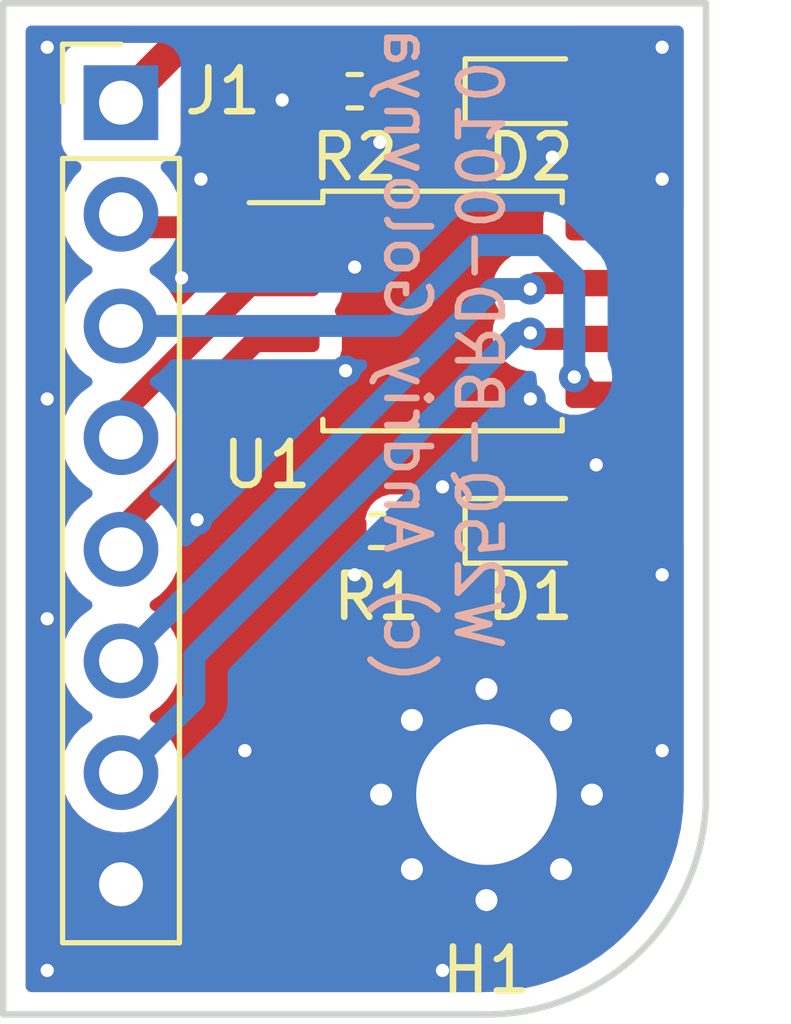
<source format=kicad_pcb>
(kicad_pcb (version 20211014) (generator pcbnew)
  (title_block (title "W25Q-BRD-0010") (date "2022-12-04") (rev "1.0") (company "(c) Andriy Golovnya") (comment 1 "Breakout board for W25Q QSPI flash chips family"))
  (layers (0 "F.Cu" signal) (31 "B.Cu" signal) (34 "B.Paste" user) (35 "F.Paste" user) (36 "B.SilkS" user "B.Silkscreen") (37 "F.SilkS" user "F.Silkscreen") (38 "B.Mask" user) (39 "F.Mask" user) (44 "Edge.Cuts" user))
  (net 0 "")
  (net 1 "Net-(D1-Pad1)")
  (net 2 "+3.3V")
  (net 3 "Net-(D2-Pad1)")
  (net 4 "GND")
  (net 5 "/CLK")
  (net 6 "/IO0")
  (net 7 "/IO1")
  (net 8 "/IO2")
  (net 9 "/IO3")
  (net 10 "/NCS")
  (footprint "MountingHole:MountingHole_3.2mm_M3_Pad_Via" (layer "F.Cu") (at 142 112)
    (fp_text reference "H1" (at 0 4) (layer "F.SilkS"))
    (fp_text value "MountingHole_Pad")
    (pad "1" thru_hole circle (at 0 -2.4) (size 0.8 0.8) (drill 0.5) (layers *.Cu *.Mask) (net 4 "GND"))
    (pad "1" thru_hole circle (at -2.4 0) (size 0.8 0.8) (drill 0.5) (layers *.Cu *.Mask) (net 4 "GND"))
    (pad "1" thru_hole circle (at 2.4 0) (size 0.8 0.8) (drill 0.5) (layers *.Cu *.Mask) (net 4 "GND"))
    (pad "1" thru_hole circle (at 1.697056 1.697056) (size 0.8 0.8) (drill 0.5) (layers *.Cu *.Mask) (net 4 "GND"))
    (pad "1" thru_hole circle (at -1.697056 -1.697056) (size 0.8 0.8) (drill 0.5) (layers *.Cu *.Mask) (net 4 "GND"))
    (pad "1" thru_hole circle (at 1.697056 -1.697056) (size 0.8 0.8) (drill 0.5) (layers *.Cu *.Mask) (net 4 "GND"))
    (pad "1" thru_hole circle (at 0 0) (size 6.4 6.4) (drill 3.2) (layers *.Cu *.Mask) (net 4 "GND"))
    (pad "1" thru_hole circle (at 0 2.4) (size 0.8 0.8) (drill 0.5) (layers *.Cu *.Mask) (net 4 "GND"))
    (pad "1" thru_hole circle (at -1.697056 1.697056) (size 0.8 0.8) (drill 0.5) (layers *.Cu *.Mask) (net 4 "GND"))
  )
  (footprint "Resistor_SMD:R_0402_1005Metric" (layer "F.Cu") (at 139.51 106 180)
    (fp_text reference "R1" (at 0.01 -1.5) (layer "F.SilkS"))
    (fp_text value "5k1")
    (fp_line (start -0.153641 -0.38) (end 0.153641 -0.38) (layer "F.SilkS") (width 0.12))
    (fp_line (start -0.153641 0.38) (end 0.153641 0.38) (layer "F.SilkS") (width 0.12))
    (pad "1" smd roundrect (at -0.51 0 180) (size 0.54 0.64) (layers "F.Cu" "F.Paste" "F.Mask") (net 1 "Net-(D1-Pad1)"))
    (pad "2" smd roundrect (at 0.51 0 180) (size 0.54 0.64) (layers "F.Cu" "F.Paste" "F.Mask") (net 4 "GND"))
  )
  (footprint "Resistor_SMD:R_0402_1005Metric" (layer "F.Cu") (at 139 96 180)
    (fp_text reference "R2" (at 0 -1.5) (layer "F.SilkS"))
    (fp_text value "10k")
    (fp_line (start -0.153641 -0.38) (end 0.153641 -0.38) (layer "F.SilkS") (width 0.12))
    (fp_line (start -0.153641 0.38) (end 0.153641 0.38) (layer "F.SilkS") (width 0.12))
    (pad "1" smd roundrect (at -0.51 0 180) (size 0.54 0.64) (layers "F.Cu" "F.Paste" "F.Mask") (net 3 "Net-(D2-Pad1)"))
    (pad "2" smd roundrect (at 0.51 0 180) (size 0.54 0.64) (layers "F.Cu" "F.Paste" "F.Mask") (net 10 "/NCS"))
  )
  (footprint "Package_SO:SOIC-8_5.23x5.23mm_P1.27mm" (layer "F.Cu") (at 141 101)
    (fp_text reference "U1" (at -4 3.5) (layer "F.SilkS"))
    (fp_text value "W25Q128JVSIQ")
    (fp_line (start 0 -2.725) (end -2.725 -2.725) (layer "F.SilkS") (width 0.12))
    (fp_line (start 0 2.725) (end 2.725 2.725) (layer "F.SilkS") (width 0.12))
    (fp_line (start 0 -2.725) (end 2.725 -2.725) (layer "F.SilkS") (width 0.12))
    (fp_line (start 0 2.725) (end -2.725 2.725) (layer "F.SilkS") (width 0.12))
    (fp_line (start -2.725 -2.725) (end -2.725 -2.465) (layer "F.SilkS") (width 0.12))
    (fp_line (start -2.725 -2.465) (end -4.4 -2.465) (layer "F.SilkS") (width 0.12))
    (fp_line (start -2.725 2.725) (end -2.725 2.465) (layer "F.SilkS") (width 0.12))
    (fp_line (start 2.725 -2.725) (end 2.725 -2.465) (layer "F.SilkS") (width 0.12))
    (fp_line (start 2.725 2.725) (end 2.725 2.465) (layer "F.SilkS") (width 0.12))
    (pad "1" smd roundrect (at -3.6 -1.905) (size 1.6 0.6) (layers "F.Cu" "F.Paste" "F.Mask") (net 10 "/NCS"))
    (pad "2" smd roundrect (at -3.6 -0.635) (size 1.6 0.6) (layers "F.Cu" "F.Paste" "F.Mask") (net 7 "/IO1"))
    (pad "3" smd roundrect (at -3.6 0.635) (size 1.6 0.6) (layers "F.Cu" "F.Paste" "F.Mask") (net 8 "/IO2"))
    (pad "4" smd roundrect (at -3.6 1.905) (size 1.6 0.6) (layers "F.Cu" "F.Paste" "F.Mask") (net 4 "GND"))
    (pad "5" smd roundrect (at 3.6 1.905) (size 1.6 0.6) (layers "F.Cu" "F.Paste" "F.Mask") (net 6 "/IO0"))
    (pad "6" smd roundrect (at 3.6 0.635) (size 1.6 0.6) (layers "F.Cu" "F.Paste" "F.Mask") (net 5 "/CLK"))
    (pad "7" smd roundrect (at 3.6 -0.635) (size 1.6 0.6) (layers "F.Cu" "F.Paste" "F.Mask") (net 9 "/IO3"))
    (pad "8" smd roundrect (at 3.6 -1.905) (size 1.6 0.6) (layers "F.Cu" "F.Paste" "F.Mask") (net 2 "+3.3V"))
  )
  (footprint "LED_SMD:LED_0603_1608Metric" (layer "F.Cu") (at 143 106)
    (fp_text reference "D1" (at 0 1.5) (layer "F.SilkS"))
    (fp_text value "GREEN")
    (fp_line (start 0.8 -0.735) (end -1.485 -0.735) (layer "F.SilkS") (width 0.12))
    (fp_line (start -1.485 -0.735) (end -1.485 0.735) (layer "F.SilkS") (width 0.12))
    (fp_line (start -1.485 0.735) (end 0.8 0.735) (layer "F.SilkS") (width 0.12))
    (pad "1" smd roundrect (at -0.7875 0) (size 0.875 0.95) (layers "F.Cu" "F.Paste" "F.Mask") (net 1 "Net-(D1-Pad1)"))
    (pad "2" smd roundrect (at 0.7875 0) (size 0.875 0.95) (layers "F.Cu" "F.Paste" "F.Mask") (net 2 "+3.3V"))
  )
  (footprint "Connector_PinHeader_2.54mm:PinHeader_1x08_P2.54mm_Vertical" (layer "F.Cu") (at 133.68 96.26)
    (fp_text reference "J1" (at 2.32 -0.26) (layer "F.SilkS"))
    (fp_text value "QSPI")
    (fp_line (start -1.33 1.27) (end -1.33 19.11) (layer "F.SilkS") (width 0.12))
    (fp_line (start -1.33 0) (end -1.33 -1.33) (layer "F.SilkS") (width 0.12))
    (fp_line (start 1.33 1.27) (end 1.33 19.11) (layer "F.SilkS") (width 0.12))
    (fp_line (start -1.33 -1.33) (end 0 -1.33) (layer "F.SilkS") (width 0.12))
    (fp_line (start -1.33 19.11) (end 1.33 19.11) (layer "F.SilkS") (width 0.12))
    (fp_line (start -1.33 1.27) (end 1.33 1.27) (layer "F.SilkS") (width 0.12))
    (pad "1" thru_hole rect (at 0 0) (size 1.7 1.7) (drill 1) (layers *.Cu *.Mask) (net 2 "+3.3V"))
    (pad "2" thru_hole oval (at 0 2.54) (size 1.7 1.7) (drill 1) (layers *.Cu *.Mask) (net 10 "/NCS"))
    (pad "3" thru_hole oval (at 0 5.08) (size 1.7 1.7) (drill 1) (layers *.Cu *.Mask) (net 6 "/IO0"))
    (pad "4" thru_hole oval (at 0 7.62) (size 1.7 1.7) (drill 1) (layers *.Cu *.Mask) (net 7 "/IO1"))
    (pad "5" thru_hole oval (at 0 10.16) (size 1.7 1.7) (drill 1) (layers *.Cu *.Mask) (net 8 "/IO2"))
    (pad "6" thru_hole oval (at 0 12.7) (size 1.7 1.7) (drill 1) (layers *.Cu *.Mask) (net 9 "/IO3"))
    (pad "7" thru_hole oval (at 0 15.24) (size 1.7 1.7) (drill 1) (layers *.Cu *.Mask) (net 5 "/CLK"))
    (pad "8" thru_hole oval (at 0 17.78) (size 1.7 1.7) (drill 1) (layers *.Cu *.Mask) (net 4 "GND"))
  )
  (footprint "LED_SMD:LED_0603_1608Metric" (layer "F.Cu") (at 143 96)
    (fp_text reference "D2" (at 0 1.5) (layer "F.SilkS"))
    (fp_text value "RED")
    (fp_line (start -1.485 0.735) (end 0.8 0.735) (layer "F.SilkS") (width 0.12))
    (fp_line (start 0.8 -0.735) (end -1.485 -0.735) (layer "F.SilkS") (width 0.12))
    (fp_line (start -1.485 -0.735) (end -1.485 0.735) (layer "F.SilkS") (width 0.12))
    (pad "1" smd roundrect (at -0.7875 0) (size 0.875 0.95) (layers "F.Cu" "F.Paste" "F.Mask") (net 3 "Net-(D2-Pad1)"))
    (pad "2" smd roundrect (at 0.7875 0) (size 0.875 0.95) (layers "F.Cu" "F.Paste" "F.Mask") (net 2 "+3.3V"))
  )
  (gr_line (start 131 117) (end 131 94) (layer "Edge.Cuts") (width 0.15))
  (gr_line (start 142 117) (end 131 117) (layer "Edge.Cuts") (width 0.15))
  (gr_line (start 147 94) (end 147 112) (layer "Edge.Cuts") (width 0.15))
  (gr_arc (start 147 112) (mid 145.535534 115.535534) (end 142 117) (layer "Edge.Cuts") (width 0.15))
  (gr_line (start 147 94) (end 131 94) (layer "Edge.Cuts") (width 0.15))
  (gr_text "${TITLE}\n${COMPANY}" (at 141 102 270) (layer "B.SilkS") (effects (font (size 1 1)) (justify mirror)))
  (segment (start 142.2125 106) (end 140.02 106) (width 0.5) (layer "F.Cu") (net 1))
  (segment (start 142.95 94.95) (end 134.99 94.95) (width 0.75) (layer "F.Cu") (net 2))
  (segment (start 146 105.225) (end 146 99.65) (width 0.75) (layer "F.Cu") (net 2))
  (segment (start 145.445 99.095) (end 144.6 99.095) (width 0.75) (layer "F.Cu") (net 2))
  (segment (start 144.6 99.095) (end 144.6 96.6) (width 0.75) (layer "F.Cu") (net 2))
  (segment (start 145.225 106) (end 146 105.225) (width 0.75) (layer "F.Cu") (net 2))
  (segment (start 134.99 94.95) (end 133.68 96.26) (width 0.75) (layer "F.Cu") (net 2))
  (segment (start 146 99.65) (end 145.445 99.095) (width 0.75) (layer "F.Cu") (net 2))
  (segment (start 143.7875 106) (end 145.225 106) (width 0.75) (layer "F.Cu") (net 2))
  (segment (start 144.6 96.6) (end 142.95 94.95) (width 0.75) (layer "F.Cu") (net 2))
  (segment (start 142.2125 96) (end 139.51 96) (width 0.5) (layer "F.Cu") (net 3))
  (via (at 143 103) (size 0.7) (drill 0.3) (layers "F.Cu" "B.Cu") (net 4))
  (via (at 139.573434 97.162541) (size 0.7) (drill 0.3) (layers "F.Cu" "B.Cu") (net 4))
  (via (at 132 95) (size 0.7) (drill 0.3) (layers "F.Cu" "B.Cu") (net 4))
  (via (at 138.793017 102.358459) (size 0.7) (drill 0.3) (layers "F.Cu" "B.Cu") (net 4))
  (via (at 139 100) (size 0.7) (drill 0.3) (layers "F.Cu" "B.Cu") (net 4))
  (via (at 135.5 98) (size 0.7) (drill 0.3) (layers "F.Cu" "B.Cu") (net 4))
  (via (at 135.411209 105.747132) (size 0.7) (drill 0.3) (layers "F.Cu" "B.Cu") (net 4))
  (via (at 146 95) (size 0.7) (drill 0.3) (layers "F.Cu" "B.Cu") (net 4))
  (via (at 144.5 104.5) (size 0.7) (drill 0.3) (layers "F.Cu" "B.Cu") (net 4))
  (via (at 132 108) (size 0.7) (drill 0.3) (layers "F.Cu" "B.Cu") (net 4))
  (via (at 132 116) (size 0.7) (drill 0.3) (layers "F.Cu" "B.Cu") (net 4))
  (via (at 137.349245 96.200026) (size 0.7) (drill 0.3) (layers "F.Cu" "B.Cu") (net 4))
  (via (at 135.060021 100.245189) (size 0.7) (drill 0.3) (layers "F.Cu" "B.Cu") (net 4))
  (via (at 141 105) (size 0.7) (drill 0.3) (layers "F.Cu" "B.Cu") (net 4))
  (via (at 132 103) (size 0.7) (drill 0.3) (layers "F.Cu" "B.Cu") (net 4))
  (via (at 143.5 97.5) (size 0.7) (drill 0.3) (layers "F.Cu" "B.Cu") (net 4))
  (via (at 146 107) (size 0.7) (drill 0.3) (layers "F.Cu" "B.Cu") (net 4))
  (via (at 136.5 111) (size 0.7) (drill 0.3) (layers "F.Cu" "B.Cu") (net 4))
  (via (at 146 111) (size 0.7) (drill 0.3) (layers "F.Cu" "B.Cu") (net 4))
  (via (at 139 107) (size 0.7) (drill 0.3) (layers "F.Cu" "B.Cu") (net 4))
  (via (at 141 116) (size 0.7) (drill 0.3) (layers "F.Cu" "B.Cu") (net 4))
  (via (at 146 98) (size 0.7) (drill 0.3) (layers "F.Cu" "B.Cu") (net 4))
  (segment (start 143.135 101.635) (end 144.6 101.635) (width 0.5) (layer "F.Cu") (net 5))
  (segment (start 143 101.5) (end 143.135 101.635) (width 0.5) (layer "F.Cu") (net 5))
  (via (at 143 101.5) (size 0.7) (drill 0.3) (layers "F.Cu" "B.Cu") (net 5))
  (segment (start 135.35 108.85) (end 135.35 109.85) (width 0.5) (layer "B.Cu") (net 5))
  (segment (start 143 101.5) (end 142.7 101.5) (width 0.5) (layer "B.Cu") (net 5))
  (segment (start 133.7 111.5) (end 133.68 111.5) (width 0.5) (layer "B.Cu") (net 5))
  (segment (start 135.35 109.85) (end 133.7 111.5) (width 0.5) (layer "B.Cu") (net 5))
  (segment (start 142.7 101.5) (end 135.35 108.85) (width 0.5) (layer "B.Cu") (net 5))
  (segment (start 144 102.5) (end 144.405 102.905) (width 0.5) (layer "F.Cu") (net 6))
  (segment (start 144.405 102.905) (end 144.6 102.905) (width 0.5) (layer "F.Cu") (net 6))
  (via (at 144 102.5) (size 0.7) (drill 0.3) (layers "F.Cu" "B.Cu") (net 6))
  (segment (start 143.282843 99.5) (end 141.75 99.5) (width 0.5) (layer "B.Cu") (net 6))
  (segment (start 141.75 99.5) (end 139.91 101.34) (width 0.5) (layer "B.Cu") (net 6))
  (segment (start 139.91 101.34) (end 133.68 101.34) (width 0.5) (layer "B.Cu") (net 6))
  (segment (start 144 100.217157) (end 143.282843 99.5) (width 0.5) (layer "B.Cu") (net 6))
  (segment (start 144 102.5) (end 144 100.217157) (width 0.5) (layer "B.Cu") (net 6))
  (segment (start 133.68 103.345) (end 133.68 103.88) (width 0.5) (layer "F.Cu") (net 7))
  (segment (start 136.66 100.365) (end 133.68 103.345) (width 0.5) (layer "F.Cu") (net 7))
  (segment (start 137.4 100.365) (end 136.66 100.365) (width 0.5) (layer "F.Cu") (net 7))
  (segment (start 137.4 101.635) (end 136.79 101.635) (width 0.5) (layer "F.Cu") (net 8))
  (segment (start 135.175 103.25) (end 135.175 104.475) (width 0.5) (layer "F.Cu") (net 8))
  (segment (start 136.79 101.635) (end 135.175 103.25) (width 0.5) (layer "F.Cu") (net 8))
  (segment (start 133.68 105.97) (end 133.68 106.42) (width 0.5) (layer "F.Cu") (net 8))
  (segment (start 135.175 104.475) (end 133.68 105.97) (width 0.5) (layer "F.Cu") (net 8))
  (segment (start 143.135 100.365) (end 144.6 100.365) (width 0.5) (layer "F.Cu") (net 9))
  (segment (start 143 100.5) (end 143.135 100.365) (width 0.5) (layer "F.Cu") (net 9))
  (via (at 143 100.5) (size 0.7) (drill 0.3) (layers "F.Cu" "B.Cu") (net 9))
  (segment (start 142.14 100.5) (end 133.68 108.96) (width 0.5) (layer "B.Cu") (net 9))
  (segment (start 143 100.5) (end 142.14 100.5) (width 0.5) (layer "B.Cu") (net 9))
  (segment (start 138.49 98.435) (end 137.83 99.095) (width 0.5) (layer "F.Cu") (net 10))
  (segment (start 137.4 99.095) (end 133.975 99.095) (width 0.5) (layer "F.Cu") (net 10))
  (segment (start 133.975 99.095) (end 133.68 98.8) (width 0.5) (layer "F.Cu") (net 10))
  (segment (start 137.83 99.095) (end 137.4 99.095) (width 0.5) (layer "F.Cu") (net 10))
  (segment (start 138.49 96) (end 138.49 98.435) (width 0.5) (layer "F.Cu") (net 10))
  (zone (net 4) (net_name "GND") (layers F&B.Cu) (connect_pads yes (clearance 0.508)) (min_thickness 0.254) (fill yes (thermal_gap 0.508) (thermal_bridge_width 0.508))
    (polygon (pts (xy 147 117) (xy 131 117) (xy 131 94) (xy 147 94)))
  )
)
</source>
